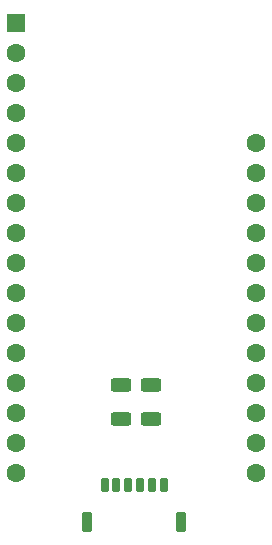
<source format=gbr>
%TF.GenerationSoftware,KiCad,Pcbnew,7.0.8*%
%TF.CreationDate,2024-08-15T13:25:32-04:00*%
%TF.ProjectId,R503toFeather,52353033-746f-4466-9561-746865722e6b,rev?*%
%TF.SameCoordinates,Original*%
%TF.FileFunction,Soldermask,Top*%
%TF.FilePolarity,Negative*%
%FSLAX46Y46*%
G04 Gerber Fmt 4.6, Leading zero omitted, Abs format (unit mm)*
G04 Created by KiCad (PCBNEW 7.0.8) date 2024-08-15 13:25:32*
%MOMM*%
%LPD*%
G01*
G04 APERTURE LIST*
G04 Aperture macros list*
%AMRoundRect*
0 Rectangle with rounded corners*
0 $1 Rounding radius*
0 $2 $3 $4 $5 $6 $7 $8 $9 X,Y pos of 4 corners*
0 Add a 4 corners polygon primitive as box body*
4,1,4,$2,$3,$4,$5,$6,$7,$8,$9,$2,$3,0*
0 Add four circle primitives for the rounded corners*
1,1,$1+$1,$2,$3*
1,1,$1+$1,$4,$5*
1,1,$1+$1,$6,$7*
1,1,$1+$1,$8,$9*
0 Add four rect primitives between the rounded corners*
20,1,$1+$1,$2,$3,$4,$5,0*
20,1,$1+$1,$4,$5,$6,$7,0*
20,1,$1+$1,$6,$7,$8,$9,0*
20,1,$1+$1,$8,$9,$2,$3,0*%
G04 Aperture macros list end*
%ADD10RoundRect,0.250000X-0.625000X0.312500X-0.625000X-0.312500X0.625000X-0.312500X0.625000X0.312500X0*%
%ADD11RoundRect,0.250000X0.625000X-0.312500X0.625000X0.312500X-0.625000X0.312500X-0.625000X-0.312500X0*%
%ADD12RoundRect,0.150000X-0.150000X-0.475000X0.150000X-0.475000X0.150000X0.475000X-0.150000X0.475000X0*%
%ADD13RoundRect,0.225000X-0.225000X-0.625000X0.225000X-0.625000X0.225000X0.625000X-0.225000X0.625000X0*%
%ADD14R,1.600000X1.600000*%
%ADD15C,1.600000*%
G04 APERTURE END LIST*
D10*
%TO.C,R2*%
X24130000Y-50800000D03*
X24130000Y-53725000D03*
%TD*%
D11*
%TO.C,R1*%
X26670000Y-53725000D03*
X26670000Y-50800000D03*
%TD*%
D12*
%TO.C,J1*%
X22760000Y-59285000D03*
X23760000Y-59285000D03*
X24760000Y-59285000D03*
X25760000Y-59285000D03*
X26760000Y-59285000D03*
X27760000Y-59285000D03*
D13*
X21310000Y-62410000D03*
X29210000Y-62410000D03*
%TD*%
D14*
%TO.C,A1*%
X15255000Y-20130000D03*
D15*
X15255000Y-22670000D03*
X15255000Y-25210000D03*
X15255000Y-27750000D03*
X15255000Y-30290000D03*
X15255000Y-32830000D03*
X15255000Y-35370000D03*
X15255000Y-37910000D03*
X15255000Y-40450000D03*
X15255000Y-42990000D03*
X15255000Y-45530000D03*
X15255000Y-48070000D03*
X15255000Y-50610000D03*
X15255000Y-53150000D03*
X15255000Y-55690000D03*
X15255000Y-58230000D03*
X35575000Y-58230000D03*
X35575000Y-55690000D03*
X35575000Y-53150000D03*
X35575000Y-50610000D03*
X35575000Y-48070000D03*
X35575000Y-45530000D03*
X35575000Y-42990000D03*
X35575000Y-40450000D03*
X35575000Y-37910000D03*
X35575000Y-35370000D03*
X35575000Y-32830000D03*
X35575000Y-30290000D03*
%TD*%
M02*

</source>
